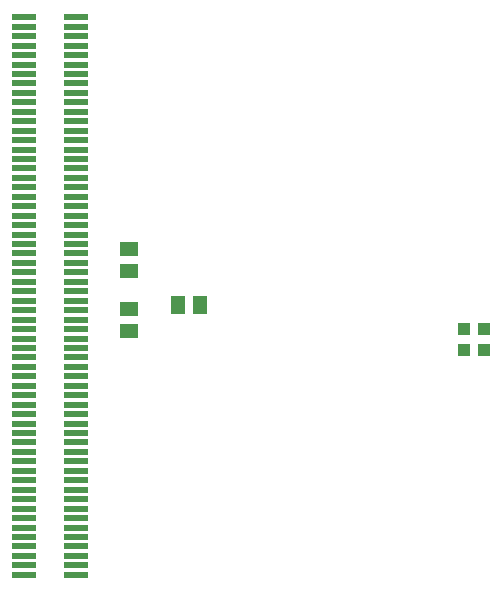
<source format=gbp>
G75*
%MOIN*%
%OFA0B0*%
%FSLAX25Y25*%
%IPPOS*%
%LPD*%
%AMOC8*
5,1,8,0,0,1.08239X$1,22.5*
%
%ADD10R,0.08100X0.02100*%
%ADD11R,0.05906X0.05118*%
%ADD12R,0.05118X0.05906*%
%ADD13R,0.03937X0.04331*%
D10*
X0026800Y0031800D03*
X0026800Y0034950D03*
X0026800Y0038099D03*
X0026800Y0041249D03*
X0026800Y0044398D03*
X0026800Y0047548D03*
X0026800Y0050698D03*
X0026800Y0053847D03*
X0026800Y0056997D03*
X0026800Y0060146D03*
X0026800Y0063296D03*
X0026800Y0066446D03*
X0026800Y0069595D03*
X0026800Y0072745D03*
X0026800Y0075894D03*
X0026800Y0079044D03*
X0026800Y0082194D03*
X0026800Y0085343D03*
X0026800Y0088493D03*
X0026800Y0091643D03*
X0026800Y0094792D03*
X0026800Y0097942D03*
X0026800Y0101091D03*
X0026800Y0104241D03*
X0026800Y0107391D03*
X0026800Y0110540D03*
X0026800Y0113690D03*
X0026800Y0116839D03*
X0026800Y0119989D03*
X0026800Y0123139D03*
X0026800Y0126288D03*
X0026800Y0129438D03*
X0026800Y0132587D03*
X0026800Y0135737D03*
X0026800Y0138887D03*
X0026800Y0142036D03*
X0026800Y0145186D03*
X0026800Y0148335D03*
X0026800Y0151485D03*
X0026800Y0154635D03*
X0026800Y0157784D03*
X0026800Y0160934D03*
X0026800Y0164083D03*
X0026800Y0167233D03*
X0026800Y0170383D03*
X0026800Y0173532D03*
X0026800Y0176682D03*
X0026800Y0179831D03*
X0026800Y0182981D03*
X0026800Y0186131D03*
X0026800Y0189280D03*
X0026800Y0192430D03*
X0026800Y0195580D03*
X0026800Y0198729D03*
X0026800Y0201879D03*
X0026800Y0205028D03*
X0026800Y0208178D03*
X0026800Y0211328D03*
X0026800Y0214477D03*
X0026800Y0217627D03*
X0044123Y0217627D03*
X0044123Y0214477D03*
X0044123Y0211328D03*
X0044123Y0208178D03*
X0044123Y0205028D03*
X0044123Y0201879D03*
X0044123Y0198729D03*
X0044123Y0195580D03*
X0044123Y0192430D03*
X0044123Y0189280D03*
X0044123Y0186131D03*
X0044123Y0182981D03*
X0044123Y0179831D03*
X0044123Y0176682D03*
X0044123Y0173532D03*
X0044123Y0170383D03*
X0044123Y0167233D03*
X0044123Y0164083D03*
X0044123Y0160934D03*
X0044123Y0157784D03*
X0044123Y0154635D03*
X0044123Y0151485D03*
X0044123Y0148335D03*
X0044123Y0145186D03*
X0044123Y0142036D03*
X0044123Y0138887D03*
X0044123Y0135737D03*
X0044123Y0132587D03*
X0044123Y0129438D03*
X0044123Y0126288D03*
X0044123Y0123139D03*
X0044123Y0119989D03*
X0044123Y0116839D03*
X0044123Y0113690D03*
X0044123Y0110540D03*
X0044123Y0107391D03*
X0044123Y0104241D03*
X0044123Y0101091D03*
X0044123Y0097942D03*
X0044123Y0094792D03*
X0044123Y0091643D03*
X0044123Y0088493D03*
X0044123Y0085343D03*
X0044123Y0082194D03*
X0044123Y0079044D03*
X0044123Y0075894D03*
X0044123Y0072745D03*
X0044123Y0069595D03*
X0044123Y0066446D03*
X0044123Y0063296D03*
X0044123Y0060146D03*
X0044123Y0056997D03*
X0044123Y0053847D03*
X0044123Y0050698D03*
X0044123Y0047548D03*
X0044123Y0044398D03*
X0044123Y0041249D03*
X0044123Y0038099D03*
X0044123Y0034950D03*
X0044123Y0031800D03*
D11*
X0061800Y0113060D03*
X0061800Y0120540D03*
X0061800Y0133060D03*
X0061800Y0140540D03*
D12*
X0078060Y0121800D03*
X0085540Y0121800D03*
D13*
X0173454Y0113675D03*
X0180146Y0113675D03*
X0180146Y0106800D03*
X0173454Y0106800D03*
M02*

</source>
